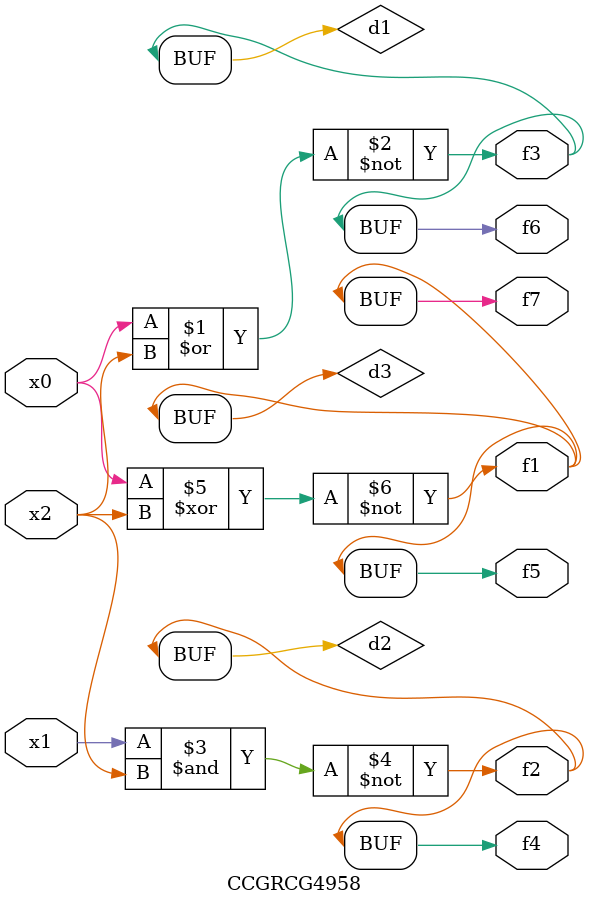
<source format=v>
module CCGRCG4958(
	input x0, x1, x2,
	output f1, f2, f3, f4, f5, f6, f7
);

	wire d1, d2, d3;

	nor (d1, x0, x2);
	nand (d2, x1, x2);
	xnor (d3, x0, x2);
	assign f1 = d3;
	assign f2 = d2;
	assign f3 = d1;
	assign f4 = d2;
	assign f5 = d3;
	assign f6 = d1;
	assign f7 = d3;
endmodule

</source>
